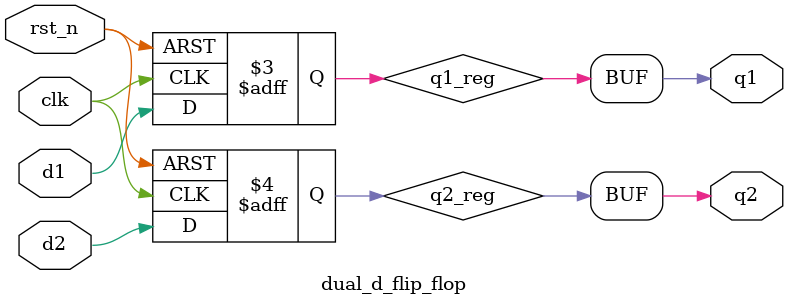
<source format=sv>
module dual_d_flip_flop (
    input wire clk,
    input wire rst_n,
    input wire d1,
    input wire d2,
    output wire q1,
    output wire q2
);
    reg q1_reg, q2_reg;
    
    always @(posedge clk or negedge rst_n) begin
        if (!rst_n) begin
            q1_reg <= 1'b0;
            q2_reg <= 1'b0;
        end else begin
            q1_reg <= d1;
            q2_reg <= d2;
        end
    end
    
    assign q1 = q1_reg;
    assign q2 = q2_reg;
endmodule
</source>
